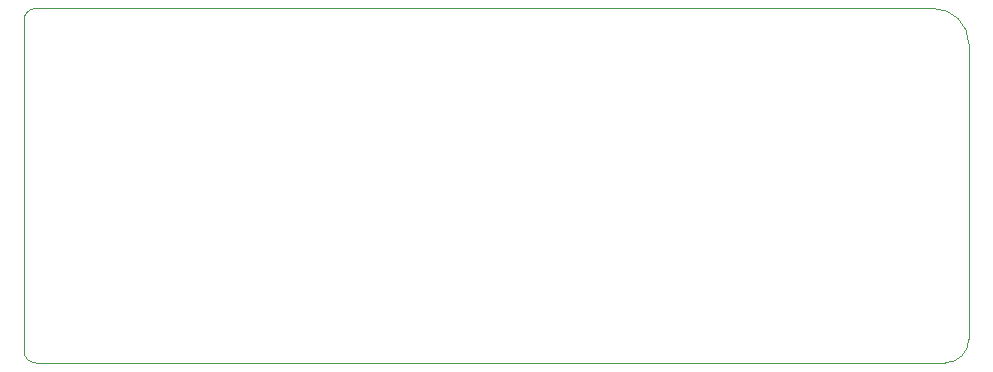
<source format=gbr>
%TF.GenerationSoftware,KiCad,Pcbnew,(6.0.2)*%
%TF.CreationDate,2022-05-15T09:33:53-06:00*%
%TF.ProjectId,SolarGPS,536f6c61-7247-4505-932e-6b696361645f,rev?*%
%TF.SameCoordinates,Original*%
%TF.FileFunction,Profile,NP*%
%FSLAX46Y46*%
G04 Gerber Fmt 4.6, Leading zero omitted, Abs format (unit mm)*
G04 Created by KiCad (PCBNEW (6.0.2)) date 2022-05-15 09:33:53*
%MOMM*%
%LPD*%
G01*
G04 APERTURE LIST*
%TA.AperFunction,Profile*%
%ADD10C,0.050000*%
%TD*%
G04 APERTURE END LIST*
D10*
X130000000Y-53000000D02*
G75*
G03*
X127000000Y-50000000I-3000001J-1D01*
G01*
X130000000Y-53000000D02*
X130000000Y-78000000D01*
X51000000Y-50000000D02*
G75*
G03*
X50000000Y-51000000I3J-1000003D01*
G01*
X128000000Y-80000000D02*
X51000000Y-80000000D01*
X50000000Y-79000000D02*
G75*
G03*
X51000000Y-80000000I1000003J3D01*
G01*
X128000000Y-80000000D02*
G75*
G03*
X130000000Y-78000000I1J1999999D01*
G01*
X50000000Y-51000000D02*
X50000000Y-79000000D01*
X51000000Y-50000000D02*
X127000000Y-50000000D01*
M02*

</source>
